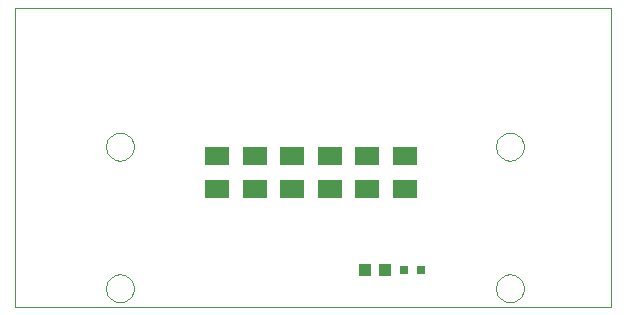
<source format=gtp>
G75*
G70*
%OFA0B0*%
%FSLAX24Y24*%
%IPPOS*%
%LPD*%
%AMOC8*
5,1,8,0,0,1.08239X$1,22.5*
%
%ADD10C,0.0000*%
%ADD11R,0.0787X0.0630*%
%ADD12R,0.0433X0.0394*%
%ADD13R,0.0315X0.0315*%
D10*
X000344Y002903D02*
X000344Y012899D01*
X020214Y012899D01*
X020214Y002903D01*
X000344Y002903D01*
X003379Y003541D02*
X003381Y003584D01*
X003387Y003626D01*
X003397Y003668D01*
X003410Y003709D01*
X003428Y003748D01*
X003449Y003786D01*
X003473Y003821D01*
X003500Y003854D01*
X003531Y003885D01*
X003564Y003912D01*
X003599Y003936D01*
X003637Y003957D01*
X003676Y003975D01*
X003717Y003988D01*
X003759Y003998D01*
X003801Y004004D01*
X003844Y004006D01*
X003887Y004004D01*
X003929Y003998D01*
X003971Y003988D01*
X004012Y003975D01*
X004051Y003957D01*
X004089Y003936D01*
X004124Y003912D01*
X004157Y003885D01*
X004188Y003854D01*
X004215Y003821D01*
X004239Y003786D01*
X004260Y003748D01*
X004278Y003709D01*
X004291Y003668D01*
X004301Y003626D01*
X004307Y003584D01*
X004309Y003541D01*
X004307Y003498D01*
X004301Y003456D01*
X004291Y003414D01*
X004278Y003373D01*
X004260Y003334D01*
X004239Y003296D01*
X004215Y003261D01*
X004188Y003228D01*
X004157Y003197D01*
X004124Y003170D01*
X004089Y003146D01*
X004051Y003125D01*
X004012Y003107D01*
X003971Y003094D01*
X003929Y003084D01*
X003887Y003078D01*
X003844Y003076D01*
X003801Y003078D01*
X003759Y003084D01*
X003717Y003094D01*
X003676Y003107D01*
X003637Y003125D01*
X003599Y003146D01*
X003564Y003170D01*
X003531Y003197D01*
X003500Y003228D01*
X003473Y003261D01*
X003449Y003296D01*
X003428Y003334D01*
X003410Y003373D01*
X003397Y003414D01*
X003387Y003456D01*
X003381Y003498D01*
X003379Y003541D01*
X003379Y008265D02*
X003381Y008308D01*
X003387Y008350D01*
X003397Y008392D01*
X003410Y008433D01*
X003428Y008472D01*
X003449Y008510D01*
X003473Y008545D01*
X003500Y008578D01*
X003531Y008609D01*
X003564Y008636D01*
X003599Y008660D01*
X003637Y008681D01*
X003676Y008699D01*
X003717Y008712D01*
X003759Y008722D01*
X003801Y008728D01*
X003844Y008730D01*
X003887Y008728D01*
X003929Y008722D01*
X003971Y008712D01*
X004012Y008699D01*
X004051Y008681D01*
X004089Y008660D01*
X004124Y008636D01*
X004157Y008609D01*
X004188Y008578D01*
X004215Y008545D01*
X004239Y008510D01*
X004260Y008472D01*
X004278Y008433D01*
X004291Y008392D01*
X004301Y008350D01*
X004307Y008308D01*
X004309Y008265D01*
X004307Y008222D01*
X004301Y008180D01*
X004291Y008138D01*
X004278Y008097D01*
X004260Y008058D01*
X004239Y008020D01*
X004215Y007985D01*
X004188Y007952D01*
X004157Y007921D01*
X004124Y007894D01*
X004089Y007870D01*
X004051Y007849D01*
X004012Y007831D01*
X003971Y007818D01*
X003929Y007808D01*
X003887Y007802D01*
X003844Y007800D01*
X003801Y007802D01*
X003759Y007808D01*
X003717Y007818D01*
X003676Y007831D01*
X003637Y007849D01*
X003599Y007870D01*
X003564Y007894D01*
X003531Y007921D01*
X003500Y007952D01*
X003473Y007985D01*
X003449Y008020D01*
X003428Y008058D01*
X003410Y008097D01*
X003397Y008138D01*
X003387Y008180D01*
X003381Y008222D01*
X003379Y008265D01*
X016379Y008265D02*
X016381Y008308D01*
X016387Y008350D01*
X016397Y008392D01*
X016410Y008433D01*
X016428Y008472D01*
X016449Y008510D01*
X016473Y008545D01*
X016500Y008578D01*
X016531Y008609D01*
X016564Y008636D01*
X016599Y008660D01*
X016637Y008681D01*
X016676Y008699D01*
X016717Y008712D01*
X016759Y008722D01*
X016801Y008728D01*
X016844Y008730D01*
X016887Y008728D01*
X016929Y008722D01*
X016971Y008712D01*
X017012Y008699D01*
X017051Y008681D01*
X017089Y008660D01*
X017124Y008636D01*
X017157Y008609D01*
X017188Y008578D01*
X017215Y008545D01*
X017239Y008510D01*
X017260Y008472D01*
X017278Y008433D01*
X017291Y008392D01*
X017301Y008350D01*
X017307Y008308D01*
X017309Y008265D01*
X017307Y008222D01*
X017301Y008180D01*
X017291Y008138D01*
X017278Y008097D01*
X017260Y008058D01*
X017239Y008020D01*
X017215Y007985D01*
X017188Y007952D01*
X017157Y007921D01*
X017124Y007894D01*
X017089Y007870D01*
X017051Y007849D01*
X017012Y007831D01*
X016971Y007818D01*
X016929Y007808D01*
X016887Y007802D01*
X016844Y007800D01*
X016801Y007802D01*
X016759Y007808D01*
X016717Y007818D01*
X016676Y007831D01*
X016637Y007849D01*
X016599Y007870D01*
X016564Y007894D01*
X016531Y007921D01*
X016500Y007952D01*
X016473Y007985D01*
X016449Y008020D01*
X016428Y008058D01*
X016410Y008097D01*
X016397Y008138D01*
X016387Y008180D01*
X016381Y008222D01*
X016379Y008265D01*
X016379Y003541D02*
X016381Y003584D01*
X016387Y003626D01*
X016397Y003668D01*
X016410Y003709D01*
X016428Y003748D01*
X016449Y003786D01*
X016473Y003821D01*
X016500Y003854D01*
X016531Y003885D01*
X016564Y003912D01*
X016599Y003936D01*
X016637Y003957D01*
X016676Y003975D01*
X016717Y003988D01*
X016759Y003998D01*
X016801Y004004D01*
X016844Y004006D01*
X016887Y004004D01*
X016929Y003998D01*
X016971Y003988D01*
X017012Y003975D01*
X017051Y003957D01*
X017089Y003936D01*
X017124Y003912D01*
X017157Y003885D01*
X017188Y003854D01*
X017215Y003821D01*
X017239Y003786D01*
X017260Y003748D01*
X017278Y003709D01*
X017291Y003668D01*
X017301Y003626D01*
X017307Y003584D01*
X017309Y003541D01*
X017307Y003498D01*
X017301Y003456D01*
X017291Y003414D01*
X017278Y003373D01*
X017260Y003334D01*
X017239Y003296D01*
X017215Y003261D01*
X017188Y003228D01*
X017157Y003197D01*
X017124Y003170D01*
X017089Y003146D01*
X017051Y003125D01*
X017012Y003107D01*
X016971Y003094D01*
X016929Y003084D01*
X016887Y003078D01*
X016844Y003076D01*
X016801Y003078D01*
X016759Y003084D01*
X016717Y003094D01*
X016676Y003107D01*
X016637Y003125D01*
X016599Y003146D01*
X016564Y003170D01*
X016531Y003197D01*
X016500Y003228D01*
X016473Y003261D01*
X016449Y003296D01*
X016428Y003334D01*
X016410Y003373D01*
X016397Y003414D01*
X016387Y003456D01*
X016381Y003498D01*
X016379Y003541D01*
D11*
X013344Y006852D03*
X012094Y006852D03*
X010844Y006852D03*
X009594Y006852D03*
X008344Y006852D03*
X007094Y006852D03*
X007094Y007954D03*
X008344Y007954D03*
X009594Y007954D03*
X010844Y007954D03*
X012094Y007954D03*
X013344Y007954D03*
D12*
X012679Y004153D03*
X012009Y004153D03*
D13*
X013299Y004153D03*
X013889Y004153D03*
M02*

</source>
